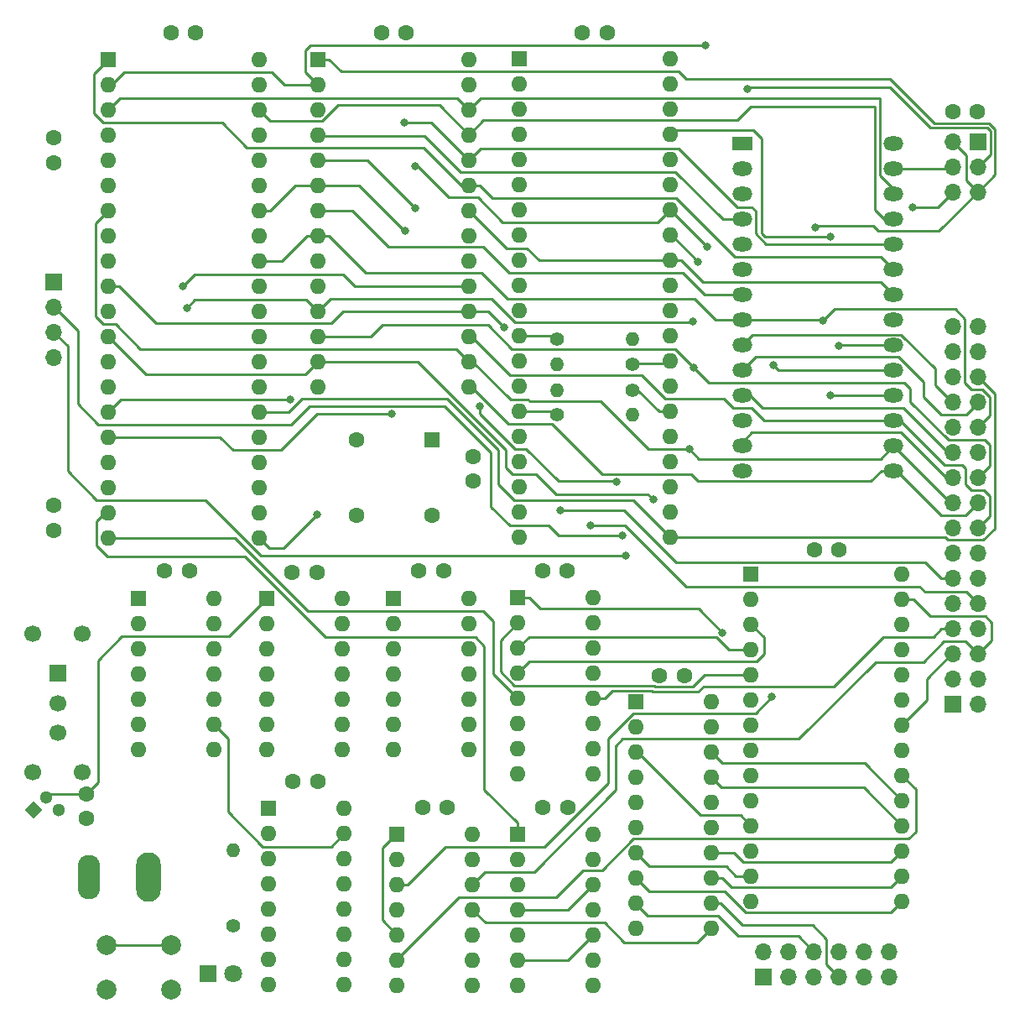
<source format=gtl>
G04 #@! TF.GenerationSoftware,KiCad,Pcbnew,7.0.5*
G04 #@! TF.CreationDate,2023-12-17T10:26:09+13:00*
G04 #@! TF.ProjectId,main_board,6d61696e-5f62-46f6-9172-642e6b696361,2*
G04 #@! TF.SameCoordinates,Original*
G04 #@! TF.FileFunction,Copper,L1,Top*
G04 #@! TF.FilePolarity,Positive*
%FSLAX46Y46*%
G04 Gerber Fmt 4.6, Leading zero omitted, Abs format (unit mm)*
G04 Created by KiCad (PCBNEW 7.0.5) date 2023-12-17 10:26:09*
%MOMM*%
%LPD*%
G01*
G04 APERTURE LIST*
G04 Aperture macros list*
%AMRotRect*
0 Rectangle, with rotation*
0 The origin of the aperture is its center*
0 $1 length*
0 $2 width*
0 $3 Rotation angle, in degrees counterclockwise*
0 Add horizontal line*
21,1,$1,$2,0,0,$3*%
G04 Aperture macros list end*
G04 #@! TA.AperFunction,ComponentPad*
%ADD10R,1.700000X1.700000*%
G04 #@! TD*
G04 #@! TA.AperFunction,ComponentPad*
%ADD11O,1.700000X1.700000*%
G04 #@! TD*
G04 #@! TA.AperFunction,ComponentPad*
%ADD12C,1.600000*%
G04 #@! TD*
G04 #@! TA.AperFunction,ComponentPad*
%ADD13C,1.400000*%
G04 #@! TD*
G04 #@! TA.AperFunction,ComponentPad*
%ADD14O,1.400000X1.400000*%
G04 #@! TD*
G04 #@! TA.AperFunction,ComponentPad*
%ADD15R,1.600000X1.600000*%
G04 #@! TD*
G04 #@! TA.AperFunction,ComponentPad*
%ADD16O,1.600000X1.600000*%
G04 #@! TD*
G04 #@! TA.AperFunction,ComponentPad*
%ADD17R,2.000000X1.440000*%
G04 #@! TD*
G04 #@! TA.AperFunction,ComponentPad*
%ADD18O,2.000000X1.440000*%
G04 #@! TD*
G04 #@! TA.AperFunction,ComponentPad*
%ADD19RotRect,1.300000X1.300000X45.000000*%
G04 #@! TD*
G04 #@! TA.AperFunction,ComponentPad*
%ADD20C,1.300000*%
G04 #@! TD*
G04 #@! TA.AperFunction,ComponentPad*
%ADD21R,1.800000X1.800000*%
G04 #@! TD*
G04 #@! TA.AperFunction,ComponentPad*
%ADD22C,1.800000*%
G04 #@! TD*
G04 #@! TA.AperFunction,ComponentPad*
%ADD23C,1.700000*%
G04 #@! TD*
G04 #@! TA.AperFunction,ComponentPad*
%ADD24C,2.000000*%
G04 #@! TD*
G04 #@! TA.AperFunction,ComponentPad*
%ADD25O,2.500000X5.000000*%
G04 #@! TD*
G04 #@! TA.AperFunction,ComponentPad*
%ADD26O,2.250000X4.500000*%
G04 #@! TD*
G04 #@! TA.AperFunction,ViaPad*
%ADD27C,0.800000*%
G04 #@! TD*
G04 #@! TA.AperFunction,Conductor*
%ADD28C,0.250000*%
G04 #@! TD*
G04 APERTURE END LIST*
D10*
X90017600Y-71601200D03*
D11*
X90017600Y-74141200D03*
X90017600Y-76681200D03*
X90017600Y-79221200D03*
D12*
X104323200Y-46415000D03*
X101823200Y-46415000D03*
D13*
X140817600Y-84997600D03*
D14*
X148437600Y-84997600D03*
D13*
X140817600Y-77317600D03*
D14*
X148437600Y-77317600D03*
D12*
X123083000Y-46415000D03*
X125583000Y-46415000D03*
D13*
X108077000Y-136525000D03*
D14*
X108077000Y-128905000D03*
D12*
X93268800Y-123190000D03*
X93268800Y-125690000D03*
D15*
X95448200Y-49123600D03*
D16*
X95448200Y-51663600D03*
X95448200Y-54203600D03*
X95448200Y-56743600D03*
X95448200Y-59283600D03*
X95448200Y-61823600D03*
X95448200Y-64363600D03*
X95448200Y-66903600D03*
X95448200Y-69443600D03*
X95448200Y-71983600D03*
X95448200Y-74523600D03*
X95448200Y-77063600D03*
X95448200Y-79603600D03*
X95448200Y-82143600D03*
X95448200Y-84683600D03*
X95448200Y-87223600D03*
X95448200Y-89763600D03*
X95448200Y-92303600D03*
X95448200Y-94843600D03*
X95448200Y-97383600D03*
X110688200Y-97383600D03*
X110688200Y-94843600D03*
X110688200Y-92303600D03*
X110688200Y-89763600D03*
X110688200Y-87223600D03*
X110688200Y-84683600D03*
X110688200Y-82143600D03*
X110688200Y-79603600D03*
X110688200Y-77063600D03*
X110688200Y-74523600D03*
X110688200Y-71983600D03*
X110688200Y-69443600D03*
X110688200Y-66903600D03*
X110688200Y-64363600D03*
X110688200Y-61823600D03*
X110688200Y-59283600D03*
X110688200Y-56743600D03*
X110688200Y-54203600D03*
X110688200Y-51663600D03*
X110688200Y-49123600D03*
D15*
X136965000Y-49073600D03*
D16*
X136965000Y-51613600D03*
X136965000Y-54153600D03*
X136965000Y-56693600D03*
X136965000Y-59233600D03*
X136965000Y-61773600D03*
X136965000Y-64313600D03*
X136965000Y-66853600D03*
X136965000Y-69393600D03*
X136965000Y-71933600D03*
X136965000Y-74473600D03*
X136965000Y-77013600D03*
X136965000Y-79553600D03*
X136965000Y-82093600D03*
X136965000Y-84633600D03*
X136965000Y-87173600D03*
X136965000Y-89713600D03*
X136965000Y-92253600D03*
X136965000Y-94793600D03*
X136965000Y-97333600D03*
X152205000Y-97333600D03*
X152205000Y-94793600D03*
X152205000Y-92253600D03*
X152205000Y-89713600D03*
X152205000Y-87173600D03*
X152205000Y-84633600D03*
X152205000Y-82093600D03*
X152205000Y-79553600D03*
X152205000Y-77013600D03*
X152205000Y-74473600D03*
X152205000Y-71933600D03*
X152205000Y-69393600D03*
X152205000Y-66853600D03*
X152205000Y-64313600D03*
X152205000Y-61773600D03*
X152205000Y-59233600D03*
X152205000Y-56693600D03*
X152205000Y-54153600D03*
X152205000Y-51613600D03*
X152205000Y-49073600D03*
D12*
X145840000Y-46415000D03*
X143340000Y-46415000D03*
D15*
X116645000Y-49123600D03*
D16*
X116645000Y-51663600D03*
X116645000Y-54203600D03*
X116645000Y-56743600D03*
X116645000Y-59283600D03*
X116645000Y-61823600D03*
X116645000Y-64363600D03*
X116645000Y-66903600D03*
X116645000Y-69443600D03*
X116645000Y-71983600D03*
X116645000Y-74523600D03*
X116645000Y-77063600D03*
X116645000Y-79603600D03*
X116645000Y-82143600D03*
X131885000Y-82143600D03*
X131885000Y-79603600D03*
X131885000Y-77063600D03*
X131885000Y-74523600D03*
X131885000Y-71983600D03*
X131885000Y-69443600D03*
X131885000Y-66903600D03*
X131885000Y-64363600D03*
X131885000Y-61823600D03*
X131885000Y-59283600D03*
X131885000Y-56743600D03*
X131885000Y-54203600D03*
X131885000Y-51663600D03*
X131885000Y-49123600D03*
D15*
X148717000Y-113924000D03*
D16*
X148717000Y-116464000D03*
X148717000Y-119004000D03*
X148717000Y-121544000D03*
X148717000Y-124084000D03*
X148717000Y-126624000D03*
X148717000Y-129164000D03*
X148717000Y-131704000D03*
X148717000Y-134244000D03*
X148717000Y-136784000D03*
X156337000Y-136784000D03*
X156337000Y-134244000D03*
X156337000Y-131704000D03*
X156337000Y-129164000D03*
X156337000Y-126624000D03*
X156337000Y-124084000D03*
X156337000Y-121544000D03*
X156337000Y-119004000D03*
X156337000Y-116464000D03*
X156337000Y-113924000D03*
D12*
X114056000Y-100848000D03*
X116556000Y-100848000D03*
X90017600Y-96627000D03*
X90017600Y-94127000D03*
D15*
X98562000Y-103500000D03*
D16*
X98562000Y-106040000D03*
X98562000Y-108580000D03*
X98562000Y-111120000D03*
X98562000Y-113660000D03*
X98562000Y-116200000D03*
X98562000Y-118740000D03*
X106182000Y-118740000D03*
X106182000Y-116200000D03*
X106182000Y-113660000D03*
X106182000Y-111120000D03*
X106182000Y-108580000D03*
X106182000Y-106040000D03*
X106182000Y-103500000D03*
D15*
X160375000Y-101015000D03*
D16*
X160375000Y-103555000D03*
X160375000Y-106095000D03*
X160375000Y-108635000D03*
X160375000Y-111175000D03*
X160375000Y-113715000D03*
X160375000Y-116255000D03*
X160375000Y-118795000D03*
X160375000Y-121335000D03*
X160375000Y-123875000D03*
X160375000Y-126415000D03*
X160375000Y-128955000D03*
X160375000Y-131495000D03*
X160375000Y-134035000D03*
X175615000Y-134035000D03*
X175615000Y-131495000D03*
X175615000Y-128955000D03*
X175615000Y-126415000D03*
X175615000Y-123875000D03*
X175615000Y-121335000D03*
X175615000Y-118795000D03*
X175615000Y-116255000D03*
X175615000Y-113715000D03*
X175615000Y-111175000D03*
X175615000Y-108635000D03*
X175615000Y-106095000D03*
X175615000Y-103555000D03*
X175615000Y-101015000D03*
D15*
X111633000Y-124704000D03*
D16*
X111633000Y-127244000D03*
X111633000Y-129784000D03*
X111633000Y-132324000D03*
X111633000Y-134864000D03*
X111633000Y-137404000D03*
X111633000Y-139944000D03*
X111633000Y-142484000D03*
X119253000Y-142484000D03*
X119253000Y-139944000D03*
X119253000Y-137404000D03*
X119253000Y-134864000D03*
X119253000Y-132324000D03*
X119253000Y-129784000D03*
X119253000Y-127244000D03*
X119253000Y-124704000D03*
D17*
X159477500Y-57610000D03*
D18*
X159477500Y-60150000D03*
X159477500Y-62690000D03*
X159477500Y-65230000D03*
X159477500Y-67770000D03*
X159477500Y-70310000D03*
X159477500Y-72850000D03*
X159477500Y-75390000D03*
X159477500Y-77930000D03*
X159477500Y-80470000D03*
X159477500Y-83010000D03*
X159477500Y-85550000D03*
X159477500Y-88090000D03*
X159477500Y-90630000D03*
X174717500Y-90630000D03*
X174717500Y-88090000D03*
X174717500Y-85550000D03*
X174717500Y-83010000D03*
X174717500Y-80470000D03*
X174717500Y-77930000D03*
X174717500Y-75390000D03*
X174717500Y-72850000D03*
X174717500Y-70310000D03*
X174717500Y-67770000D03*
X174717500Y-65230000D03*
X174717500Y-62690000D03*
X174717500Y-60150000D03*
X174717500Y-57610000D03*
D13*
X148437600Y-79917600D03*
D14*
X140817600Y-79917600D03*
D15*
X128168400Y-87477600D03*
D12*
X120548400Y-87477600D03*
X120548400Y-95097600D03*
X128168400Y-95097600D03*
D19*
X87934800Y-124841000D03*
D20*
X89204800Y-123571000D03*
X90474800Y-124841000D03*
D21*
X105537000Y-141351000D03*
D22*
X108077000Y-141351000D03*
D13*
X148437600Y-82499200D03*
D14*
X140817600Y-82499200D03*
D12*
X101188200Y-100736400D03*
X103688200Y-100736400D03*
D15*
X111506000Y-103535400D03*
D16*
X111506000Y-106075400D03*
X111506000Y-108615400D03*
X111506000Y-111155400D03*
X111506000Y-113695400D03*
X111506000Y-116235400D03*
X111506000Y-118775400D03*
X119126000Y-118775400D03*
X119126000Y-116235400D03*
X119126000Y-113695400D03*
X119126000Y-111155400D03*
X119126000Y-108615400D03*
X119126000Y-106075400D03*
X119126000Y-103535400D03*
D12*
X127193400Y-124572800D03*
X129693400Y-124572800D03*
X141859000Y-124587000D03*
X139359000Y-124587000D03*
X139339000Y-100690600D03*
X141839000Y-100690600D03*
X90017600Y-59517600D03*
X90017600Y-57017600D03*
D23*
X92868000Y-107046000D03*
X87868000Y-107046000D03*
X92868000Y-121046000D03*
X87868000Y-121046000D03*
D10*
X90368000Y-111046000D03*
D23*
X90368000Y-114046000D03*
X90368000Y-117046000D03*
D15*
X136779000Y-127254000D03*
D16*
X136779000Y-129794000D03*
X136779000Y-132334000D03*
X136779000Y-134874000D03*
X136779000Y-137414000D03*
X136779000Y-139954000D03*
X136779000Y-142494000D03*
X144399000Y-142494000D03*
X144399000Y-139954000D03*
X144399000Y-137414000D03*
X144399000Y-134874000D03*
X144399000Y-132334000D03*
X144399000Y-129794000D03*
X144399000Y-127254000D03*
D24*
X95302000Y-138466000D03*
X101802000Y-138466000D03*
X95302000Y-142966000D03*
X101802000Y-142966000D03*
D15*
X136839800Y-103423800D03*
D16*
X136839800Y-105963800D03*
X136839800Y-108503800D03*
X136839800Y-111043800D03*
X136839800Y-113583800D03*
X136839800Y-116123800D03*
X136839800Y-118663800D03*
X136839800Y-121203800D03*
X144459800Y-121203800D03*
X144459800Y-118663800D03*
X144459800Y-116123800D03*
X144459800Y-113583800D03*
X144459800Y-111043800D03*
X144459800Y-108503800D03*
X144459800Y-105963800D03*
X144459800Y-103423800D03*
D12*
X151150000Y-111257000D03*
X153650000Y-111257000D03*
X166771000Y-98602800D03*
X169271000Y-98602800D03*
X180741000Y-54356000D03*
X183241000Y-54356000D03*
D10*
X180746400Y-114198400D03*
D11*
X183286400Y-114198400D03*
X180746400Y-111658400D03*
X183286400Y-111658400D03*
X180746400Y-109118400D03*
X183286400Y-109118400D03*
X180746400Y-106578400D03*
X183286400Y-106578400D03*
X180746400Y-104038400D03*
X183286400Y-104038400D03*
X180746400Y-101498400D03*
X183286400Y-101498400D03*
X180746400Y-98958400D03*
X183286400Y-98958400D03*
X180746400Y-96418400D03*
X183286400Y-96418400D03*
X180746400Y-93878400D03*
X183286400Y-93878400D03*
X180746400Y-91338400D03*
X183286400Y-91338400D03*
X180746400Y-88798400D03*
X183286400Y-88798400D03*
X180746400Y-86258400D03*
X183286400Y-86258400D03*
X180746400Y-83718400D03*
X183286400Y-83718400D03*
X180746400Y-81178400D03*
X183286400Y-81178400D03*
X180746400Y-78638400D03*
X183286400Y-78638400D03*
X180746400Y-76098400D03*
X183286400Y-76098400D03*
D12*
X126842200Y-100718000D03*
X129342200Y-100718000D03*
D25*
X99568000Y-131572000D03*
D26*
X93568000Y-131572000D03*
D12*
X114132200Y-121965800D03*
X116632200Y-121965800D03*
D15*
X124266800Y-103507000D03*
D16*
X124266800Y-106047000D03*
X124266800Y-108587000D03*
X124266800Y-111127000D03*
X124266800Y-113667000D03*
X124266800Y-116207000D03*
X124266800Y-118747000D03*
X131886800Y-118747000D03*
X131886800Y-116207000D03*
X131886800Y-113667000D03*
X131886800Y-111127000D03*
X131886800Y-108587000D03*
X131886800Y-106047000D03*
X131886800Y-103507000D03*
D12*
X132334000Y-91674000D03*
X132334000Y-89174000D03*
D15*
X124597000Y-127249000D03*
D16*
X124597000Y-129789000D03*
X124597000Y-132329000D03*
X124597000Y-134869000D03*
X124597000Y-137409000D03*
X124597000Y-139949000D03*
X124597000Y-142489000D03*
X132217000Y-142489000D03*
X132217000Y-139949000D03*
X132217000Y-137409000D03*
X132217000Y-134869000D03*
X132217000Y-132329000D03*
X132217000Y-129789000D03*
X132217000Y-127249000D03*
D10*
X161650000Y-141665000D03*
D11*
X161650000Y-139125000D03*
X164190000Y-141665000D03*
X164190000Y-139125000D03*
X166730000Y-141665000D03*
X166730000Y-139125000D03*
X169270000Y-141665000D03*
X169270000Y-139125000D03*
X171810000Y-141665000D03*
X171810000Y-139125000D03*
X174350000Y-141665000D03*
X174350000Y-139125000D03*
D10*
X183261000Y-57404000D03*
D11*
X180721000Y-57404000D03*
X183261000Y-59944000D03*
X180721000Y-59944000D03*
X183261000Y-62484000D03*
X180721000Y-62484000D03*
D27*
X147421600Y-97180400D03*
X147701000Y-99187000D03*
X155778200Y-47701200D03*
X166878000Y-66040000D03*
X154137600Y-88443600D03*
X168402000Y-66979800D03*
X168402000Y-83007200D03*
X135432800Y-76149200D03*
X150509100Y-93522800D03*
X103022400Y-72034400D03*
X162597500Y-79959200D03*
X103428800Y-74168000D03*
X154536000Y-75565000D03*
X154563500Y-80208500D03*
X113893600Y-83413600D03*
X124079000Y-84863100D03*
X116586000Y-94996000D03*
X176657000Y-64008000D03*
X155037100Y-69512200D03*
X126492000Y-59893200D03*
X155905200Y-68021200D03*
X167640000Y-75438000D03*
X157490300Y-106965100D03*
X125450600Y-66446400D03*
X126492000Y-64160400D03*
X125374400Y-55473600D03*
X162446400Y-113443600D03*
X169214800Y-77978000D03*
X133028200Y-84111500D03*
X146812000Y-91707300D03*
X144145000Y-96139000D03*
X141097000Y-94615000D03*
X160020000Y-52070000D03*
D28*
X113690400Y-84683600D02*
X115062000Y-83312000D01*
X115062000Y-83312000D02*
X129667000Y-83312000D01*
X101802000Y-138466000D02*
X95302000Y-138466000D01*
X148445000Y-93573600D02*
X152205000Y-97333600D01*
X111506000Y-103535400D02*
X111501000Y-103535400D01*
X180270500Y-97604500D02*
X179999600Y-97333600D01*
X136499600Y-93573600D02*
X148445000Y-93573600D01*
X184949000Y-82841000D02*
X184949000Y-96462100D01*
X107696000Y-107340400D02*
X96824800Y-107340400D01*
X94437200Y-109728000D02*
X94437200Y-122021600D01*
X89585800Y-123190000D02*
X89204800Y-123571000D01*
X94437200Y-122021600D02*
X93268800Y-123190000D01*
X184949000Y-96462100D02*
X183806600Y-97604500D01*
X110688200Y-84683600D02*
X113690400Y-84683600D01*
X129667000Y-83312000D02*
X134874000Y-88519000D01*
X152205000Y-97333600D02*
X153330100Y-97333600D01*
X111501000Y-103535400D02*
X107696000Y-107340400D01*
X96824800Y-107340400D02*
X94437200Y-109728000D01*
X179999600Y-97333600D02*
X153330100Y-97333600D01*
X134874000Y-88519000D02*
X134874000Y-91948000D01*
X134874000Y-91948000D02*
X136499600Y-93573600D01*
X183286400Y-81178400D02*
X184949000Y-82841000D01*
X93268800Y-123190000D02*
X89585800Y-123190000D01*
X183806600Y-97604500D02*
X180270500Y-97604500D01*
X147396200Y-97155000D02*
X140970000Y-97155000D01*
X139954000Y-96139000D02*
X136017000Y-96139000D01*
X92405200Y-76518800D02*
X90027600Y-74141200D01*
X90027600Y-74141200D02*
X90017600Y-74141200D01*
X136017000Y-96139000D02*
X134112000Y-94234000D01*
X92405200Y-76518800D02*
X92405200Y-83870800D01*
X134112000Y-94234000D02*
X134112000Y-88773000D01*
X140970000Y-97155000D02*
X139954000Y-96139000D01*
X147421600Y-97180400D02*
X147396200Y-97155000D01*
X134112000Y-88773000D02*
X129413000Y-84074000D01*
X129413000Y-84074000D02*
X115824000Y-84074000D01*
X94488000Y-85953600D02*
X92405200Y-83870800D01*
X115824000Y-84074000D02*
X113944400Y-85953600D01*
X113944400Y-85953600D02*
X94488000Y-85953600D01*
X110897100Y-99187000D02*
X105309100Y-93599000D01*
X91382400Y-78046000D02*
X90017600Y-76681200D01*
X147701000Y-99187000D02*
X110897100Y-99187000D01*
X105309100Y-93599000D02*
X94310200Y-93599000D01*
X94310200Y-93599000D02*
X91382400Y-90671200D01*
X91382400Y-90671200D02*
X91382400Y-78046000D01*
X94030800Y-50541000D02*
X94030800Y-54559200D01*
X127355600Y-58013600D02*
X131165600Y-61823600D01*
X152806400Y-63093600D02*
X134280100Y-63093600D01*
X95448200Y-49123600D02*
X94030800Y-50541000D01*
X133010100Y-61823600D02*
X131885000Y-61823600D01*
X94030800Y-54559200D02*
X94996000Y-55524400D01*
X131165600Y-61823600D02*
X131885000Y-61823600D01*
X174717500Y-70310000D02*
X173444700Y-69037200D01*
X109474000Y-58013600D02*
X127355600Y-58013600D01*
X106984800Y-55524400D02*
X109474000Y-58013600D01*
X94996000Y-55524400D02*
X106984800Y-55524400D01*
X173444700Y-69037200D02*
X158750000Y-69037200D01*
X158750000Y-69037200D02*
X152806400Y-63093600D01*
X134280100Y-63093600D02*
X133010100Y-61823600D01*
X113233200Y-51663600D02*
X116645000Y-51663600D01*
X95448200Y-51663600D02*
X95859600Y-51663600D01*
X97078800Y-50444400D02*
X112014000Y-50444400D01*
X95859600Y-51663600D02*
X97078800Y-50444400D01*
X115896150Y-47701200D02*
X115417600Y-48179750D01*
X115417600Y-50436200D02*
X116645000Y-51663600D01*
X155778200Y-47701200D02*
X115896150Y-47701200D01*
X115417600Y-48179750D02*
X115417600Y-50436200D01*
X112014000Y-50444400D02*
X113233200Y-51663600D01*
X174717500Y-62690000D02*
X174717500Y-62195500D01*
X173341900Y-53022100D02*
X133066500Y-53022100D01*
X173341900Y-60819900D02*
X173341900Y-53022100D01*
X130694400Y-53013000D02*
X96638800Y-53013000D01*
X133066500Y-53022100D02*
X131885000Y-54203600D01*
X96638800Y-53013000D02*
X95448200Y-54203600D01*
X131885000Y-54203600D02*
X130694400Y-53013000D01*
X174717500Y-62195500D02*
X173341900Y-60819900D01*
X184400396Y-55557000D02*
X184981000Y-56137604D01*
X174432000Y-51115000D02*
X178874000Y-55557000D01*
X167005000Y-65913000D02*
X172720000Y-65913000D01*
X179324000Y-66421000D02*
X183261000Y-62484000D01*
X182086000Y-58769000D02*
X182086000Y-61309000D01*
X184981000Y-56137604D02*
X184981000Y-60764000D01*
X153085800Y-50342800D02*
X153858000Y-51115000D01*
X178874000Y-55557000D02*
X184400396Y-55557000D01*
X173228000Y-66421000D02*
X179324000Y-66421000D01*
X184981000Y-60764000D02*
X183261000Y-62484000D01*
X153858000Y-51115000D02*
X174432000Y-51115000D01*
X180721000Y-57404000D02*
X182086000Y-58769000D01*
X118989300Y-50342800D02*
X153085800Y-50342800D01*
X182086000Y-61309000D02*
X183261000Y-62484000D01*
X117770100Y-49123600D02*
X118989300Y-50342800D01*
X166878000Y-66040000D02*
X167005000Y-65913000D01*
X116645000Y-49123600D02*
X117770100Y-49123600D01*
X172720000Y-65913000D02*
X173228000Y-66421000D01*
X132232400Y-79603600D02*
X136093200Y-83464400D01*
X130615000Y-78333600D02*
X131885000Y-79603600D01*
X174468000Y-132642000D02*
X158400100Y-132642000D01*
X173431200Y-89408000D02*
X155102000Y-89408000D01*
X94996000Y-75844400D02*
X96215200Y-75844400D01*
X98704400Y-78333600D02*
X130615000Y-78333600D01*
X180746400Y-93878400D02*
X180492400Y-93878400D01*
X95448200Y-64368600D02*
X94183200Y-65633600D01*
X150027800Y-88443600D02*
X154137600Y-88443600D01*
X136093200Y-83464400D02*
X137883150Y-83464400D01*
X96215200Y-75844400D02*
X98704400Y-78333600D01*
X131885000Y-79603600D02*
X132232400Y-79603600D01*
X174717500Y-88103500D02*
X174717500Y-88090000D01*
X157462100Y-131704000D02*
X156337000Y-131704000D01*
X95448200Y-64363600D02*
X95448200Y-64368600D01*
X155102000Y-89408000D02*
X154137600Y-88443600D01*
X180492400Y-93878400D02*
X174717500Y-88103500D01*
X137883150Y-83464400D02*
X137984750Y-83566000D01*
X94183200Y-65633600D02*
X94183200Y-75031600D01*
X158400100Y-132642000D02*
X157462100Y-131704000D01*
X94183200Y-75031600D02*
X94996000Y-75844400D01*
X145150200Y-83566000D02*
X150027800Y-88443600D01*
X174717500Y-88090000D02*
X174717500Y-88121700D01*
X137984750Y-83566000D02*
X145150200Y-83566000D01*
X175615000Y-131495000D02*
X174468000Y-132642000D01*
X174717500Y-88121700D02*
X173431200Y-89408000D01*
X175615000Y-134035000D02*
X174448000Y-135202000D01*
X145353000Y-90982800D02*
X154300700Y-90982800D01*
X132130800Y-82143600D02*
X135890800Y-85903600D01*
X157699800Y-133053400D02*
X150122200Y-133053400D01*
X154993000Y-91675100D02*
X172484900Y-91675100D01*
X148772800Y-131704000D02*
X148717000Y-131704000D01*
X172484900Y-91675100D02*
X173530000Y-90630000D01*
X182016400Y-95148400D02*
X179578000Y-95148400D01*
X173530000Y-90630000D02*
X174717500Y-90630000D01*
X154300700Y-90982800D02*
X154993000Y-91675100D01*
X150122200Y-133053400D02*
X148772800Y-131704000D01*
X179578000Y-95148400D02*
X175059600Y-90630000D01*
X140273800Y-85903600D02*
X145353000Y-90982800D01*
X135890800Y-85903600D02*
X140273800Y-85903600D01*
X131885000Y-82143600D02*
X132130800Y-82143600D01*
X175059600Y-90630000D02*
X174717500Y-90630000D01*
X183286400Y-93878400D02*
X182016400Y-95148400D01*
X174448000Y-135202000D02*
X159848400Y-135202000D01*
X159848400Y-135202000D02*
X157699800Y-133053400D01*
X174717500Y-85550000D02*
X161699300Y-85550000D01*
X174484500Y-130085500D02*
X159549500Y-130085500D01*
X181711600Y-90068400D02*
X179933600Y-90068400D01*
X151688800Y-83362800D02*
X149294300Y-80968300D01*
X182016400Y-90373200D02*
X181711600Y-90068400D01*
X149294300Y-80968300D02*
X136035500Y-80968300D01*
X158546800Y-84277200D02*
X157632400Y-83362800D01*
X182016400Y-91998800D02*
X182016400Y-90373200D01*
X182626000Y-92608400D02*
X182016400Y-91998800D01*
X183896000Y-92608400D02*
X182626000Y-92608400D01*
X175415200Y-85550000D02*
X174717500Y-85550000D01*
X160426500Y-84277200D02*
X158546800Y-84277200D01*
X179933600Y-90068400D02*
X175415200Y-85550000D01*
X184495500Y-95209300D02*
X184495500Y-93207900D01*
X161699300Y-85550000D02*
X160426500Y-84277200D01*
X157632400Y-83362800D02*
X151688800Y-83362800D01*
X159549500Y-130085500D02*
X158628000Y-129164000D01*
X132130800Y-77063600D02*
X131885000Y-77063600D01*
X184495500Y-93207900D02*
X183896000Y-92608400D01*
X183286400Y-96418400D02*
X184495500Y-95209300D01*
X158628000Y-129164000D02*
X156337000Y-129164000D01*
X136035500Y-80968300D02*
X132130800Y-77063600D01*
X175615000Y-128955000D02*
X174484500Y-130085500D01*
X168402000Y-83007200D02*
X168404800Y-83010000D01*
X171786700Y-122586700D02*
X157379700Y-122586700D01*
X135432800Y-76149200D02*
X133807200Y-74523600D01*
X118003800Y-75699900D02*
X100289600Y-75699900D01*
X119180100Y-74523600D02*
X118003800Y-75699900D01*
X157379700Y-122586700D02*
X156337000Y-121544000D01*
X95448200Y-71983600D02*
X96573300Y-71983600D01*
X152637600Y-56261000D02*
X152205000Y-56693600D01*
X133807200Y-74523600D02*
X131885000Y-74523600D01*
X161417000Y-66648204D02*
X161417000Y-57124600D01*
X160553400Y-56261000D02*
X152637600Y-56261000D01*
X161748596Y-66979800D02*
X161417000Y-66648204D01*
X100289600Y-75699900D02*
X96573300Y-71983600D01*
X161417000Y-57124600D02*
X160553400Y-56261000D01*
X175615000Y-126415000D02*
X171786700Y-122586700D01*
X168404800Y-83010000D02*
X174717500Y-83010000D01*
X168402000Y-66979800D02*
X161748596Y-66979800D01*
X131885000Y-74523600D02*
X119180100Y-74523600D01*
X180746400Y-91338400D02*
X180035200Y-91338400D01*
X180035200Y-91338400D02*
X175463200Y-86766400D01*
X157866200Y-130535800D02*
X158825400Y-131495000D01*
X99263200Y-80873600D02*
X95453200Y-77063600D01*
X136322600Y-90983600D02*
X135636000Y-90297000D01*
X140663100Y-92964000D02*
X138682700Y-90983600D01*
X150509100Y-93522800D02*
X149950300Y-92964000D01*
X135636000Y-88519000D02*
X126720600Y-79603600D01*
X135636000Y-90297000D02*
X135636000Y-88519000D01*
X115417600Y-80873600D02*
X99263200Y-80873600D01*
X116645000Y-79646200D02*
X115417600Y-80873600D01*
X148717000Y-129164000D02*
X150088800Y-130535800D01*
X160426400Y-86766400D02*
X159477500Y-87715300D01*
X159477500Y-87715300D02*
X159477500Y-88090000D01*
X126720600Y-79603600D02*
X116645000Y-79603600D01*
X95453200Y-77063600D02*
X95448200Y-77063600D01*
X138682700Y-90983600D02*
X136322600Y-90983600D01*
X175463200Y-86766400D02*
X160426400Y-86766400D01*
X149950300Y-92964000D02*
X140663100Y-92964000D01*
X158825400Y-131495000D02*
X160375000Y-131495000D01*
X150088800Y-130535800D02*
X157866200Y-130535800D01*
X116645000Y-79603600D02*
X116645000Y-79646200D01*
X120338400Y-71983600D02*
X131885000Y-71983600D01*
X163108300Y-80470000D02*
X174717500Y-80470000D01*
X171869100Y-120129100D02*
X175615000Y-123875000D01*
X119202300Y-70847500D02*
X120338400Y-71983600D01*
X156337000Y-119004000D02*
X157462100Y-120129100D01*
X162597500Y-79959200D02*
X163108300Y-80470000D01*
X103022400Y-72034400D02*
X104209300Y-70847500D01*
X104209300Y-70847500D02*
X119202300Y-70847500D01*
X157462100Y-120129100D02*
X171869100Y-120129100D01*
X136528800Y-75630600D02*
X134151800Y-73253600D01*
X134151800Y-73253600D02*
X117915000Y-73253600D01*
X154536000Y-75565000D02*
X154470400Y-75630600D01*
X154470400Y-75630600D02*
X136528800Y-75630600D01*
X115492100Y-73370700D02*
X116645000Y-74523600D01*
X160226000Y-83010000D02*
X159477500Y-83010000D01*
X161495900Y-84279900D02*
X160226000Y-83010000D01*
X180243600Y-88798400D02*
X175725100Y-84279900D01*
X117915000Y-73253600D02*
X116645000Y-74523600D01*
X155244800Y-125374400D02*
X148874400Y-119004000D01*
X180746400Y-88798400D02*
X180243600Y-88798400D01*
X103428800Y-74168000D02*
X104226100Y-73370700D01*
X160375000Y-126415000D02*
X159334400Y-125374400D01*
X104226100Y-73370700D02*
X115492100Y-73370700D01*
X175725100Y-84279900D02*
X161495900Y-84279900D01*
X148874400Y-119004000D02*
X148717000Y-119004000D01*
X159334400Y-125374400D02*
X155244800Y-125374400D01*
X123155100Y-75930100D02*
X133818300Y-75930100D01*
X122021600Y-77063600D02*
X123155100Y-75930100D01*
X96718200Y-83413600D02*
X95448200Y-84683600D01*
X176416300Y-82334700D02*
X175821600Y-81740000D01*
X116645000Y-77063600D02*
X122021600Y-77063600D01*
X175821600Y-81740000D02*
X156095000Y-81740000D01*
X176416300Y-83655500D02*
X176416300Y-82334700D01*
X184461400Y-88043000D02*
X183946800Y-87528400D01*
X183286400Y-91338400D02*
X184461400Y-90163400D01*
X156095000Y-81740000D02*
X154563500Y-80208500D01*
X183946800Y-87528400D02*
X180289200Y-87528400D01*
X184461400Y-90163400D02*
X184461400Y-88043000D01*
X180289200Y-87528400D02*
X176416300Y-83655500D01*
X113893600Y-83413600D02*
X96718200Y-83413600D01*
X133818300Y-75930100D02*
X136244100Y-78355900D01*
X152710900Y-78355900D02*
X154563500Y-80208500D01*
X136244100Y-78355900D02*
X152710900Y-78355900D01*
X116586000Y-84836000D02*
X112903000Y-88519000D01*
X124079000Y-84863100D02*
X124051900Y-84836000D01*
X112903000Y-88519000D02*
X108077000Y-88519000D01*
X108077000Y-88519000D02*
X106781600Y-87223600D01*
X124051900Y-84836000D02*
X116586000Y-84836000D01*
X106781600Y-87223600D02*
X95448200Y-87223600D01*
X132537200Y-107391200D02*
X117436500Y-107391200D01*
X95402400Y-99263200D02*
X94289100Y-98149900D01*
X117436500Y-107391200D02*
X109308500Y-99263200D01*
X136779000Y-126128900D02*
X133451600Y-122801500D01*
X136779000Y-127254000D02*
X136779000Y-126128900D01*
X94289100Y-95702900D02*
X95148400Y-94843600D01*
X95148400Y-94843600D02*
X95448200Y-94843600D01*
X133451600Y-108305600D02*
X132537200Y-107391200D01*
X109308500Y-99263200D02*
X95402400Y-99263200D01*
X133451600Y-122801500D02*
X133451600Y-108305600D01*
X94289100Y-98149900D02*
X94289100Y-95702900D01*
X134366000Y-105816400D02*
X133350000Y-104800400D01*
X136839800Y-113583800D02*
X136839800Y-113573400D01*
X136839800Y-113573400D02*
X134366000Y-111099600D01*
X133350000Y-104800400D02*
X115671600Y-104800400D01*
X108254800Y-97383600D02*
X95448200Y-97383600D01*
X115671600Y-104800400D02*
X108254800Y-97383600D01*
X134366000Y-111099600D02*
X134366000Y-105816400D01*
X180594000Y-109118400D02*
X178104800Y-111607600D01*
X174717500Y-72850000D02*
X173444700Y-71577200D01*
X135737600Y-68173600D02*
X137769600Y-68173600D01*
X131927600Y-64363600D02*
X135737600Y-68173600D01*
X113157000Y-98425000D02*
X111729600Y-98425000D01*
X116586000Y-94996000D02*
X113157000Y-98425000D01*
X180746400Y-109118400D02*
X180594000Y-109118400D01*
X155513700Y-71577200D02*
X153330100Y-69393600D01*
X137769600Y-68173600D02*
X138989600Y-69393600D01*
X153330100Y-69393600D02*
X152205000Y-69393600D01*
X178104800Y-113765200D02*
X175615000Y-116255000D01*
X173444700Y-71577200D02*
X155513700Y-71577200D01*
X111729600Y-98425000D02*
X110688200Y-97383600D01*
X138989600Y-69393600D02*
X152205000Y-69393600D01*
X178104800Y-111607600D02*
X178104800Y-113765200D01*
X131885000Y-64363600D02*
X131927600Y-64363600D01*
X184658000Y-105918000D02*
X184658000Y-107746800D01*
X184048400Y-105308400D02*
X184658000Y-105918000D01*
X177758900Y-109905000D02*
X179815500Y-107848400D01*
X138480800Y-131064000D02*
X146710400Y-122834400D01*
X146710400Y-118364000D02*
X147421600Y-117652800D01*
X146710400Y-122834400D02*
X146710400Y-118364000D01*
X132217000Y-132329000D02*
X133482000Y-131064000D01*
X133482000Y-131064000D02*
X138480800Y-131064000D01*
X179197000Y-64008000D02*
X180721000Y-62484000D01*
X147421600Y-117652800D02*
X165200300Y-117652800D01*
X178493500Y-105308400D02*
X184048400Y-105308400D01*
X165200300Y-117652800D02*
X172948100Y-109905000D01*
X172948100Y-109905000D02*
X177758900Y-109905000D01*
X175615000Y-103555000D02*
X176740100Y-103555000D01*
X179815500Y-107848400D02*
X182016400Y-107848400D01*
X184658000Y-107746800D02*
X183286400Y-109118400D01*
X176740100Y-103555000D02*
X178493500Y-105308400D01*
X182016400Y-107848400D02*
X183286400Y-109118400D01*
X176657000Y-64008000D02*
X179197000Y-64008000D01*
X148717000Y-134289800D02*
X148717000Y-134244000D01*
X165150800Y-137566400D02*
X159054800Y-137566400D01*
X157022800Y-135534400D02*
X149961600Y-135534400D01*
X149961600Y-135534400D02*
X148717000Y-134289800D01*
X159054800Y-137566400D02*
X157022800Y-135534400D01*
X166730000Y-139125000D02*
X166709400Y-139125000D01*
X166709400Y-139125000D02*
X165150800Y-137566400D01*
X152365200Y-66853600D02*
X152205000Y-66853600D01*
X155037100Y-69512200D02*
X155023800Y-69512200D01*
X182067200Y-84988400D02*
X179527200Y-84988400D01*
X183286400Y-83769200D02*
X182067200Y-84988400D01*
X177749200Y-83210400D02*
X177749200Y-81635600D01*
X175209200Y-79095600D02*
X160851900Y-79095600D01*
X183286400Y-83718400D02*
X183286400Y-83769200D01*
X177749200Y-81635600D02*
X175209200Y-79095600D01*
X160851900Y-79095600D02*
X159477500Y-80470000D01*
X155023800Y-69512200D02*
X152365200Y-66853600D01*
X179527200Y-84988400D02*
X177749200Y-83210400D01*
X126492000Y-59893200D02*
X126695200Y-59893200D01*
X152205000Y-64321000D02*
X152205000Y-64313600D01*
X178968400Y-80341600D02*
X178968400Y-81991200D01*
X135303500Y-65532000D02*
X150977600Y-65532000D01*
X178968400Y-81991200D02*
X180695600Y-83718400D01*
X150977600Y-65532000D02*
X152196000Y-64313600D01*
X132791200Y-63019700D02*
X135303500Y-65532000D01*
X152196000Y-64313600D02*
X152205000Y-64313600D01*
X180695600Y-83718400D02*
X180746400Y-83718400D01*
X159477500Y-77930000D02*
X160065900Y-77930000D01*
X126695200Y-59893200D02*
X129821700Y-63019700D01*
X160065900Y-77930000D02*
X160065900Y-77341600D01*
X155905200Y-68021200D02*
X152205000Y-64321000D01*
X160065900Y-77341600D02*
X160534100Y-76873400D01*
X175500200Y-76873400D02*
X178968400Y-80341600D01*
X160534100Y-76873400D02*
X175500200Y-76873400D01*
X129821700Y-63019700D02*
X132791200Y-63019700D01*
X167640000Y-75438000D02*
X167592000Y-75390000D01*
X116645000Y-66903600D02*
X115519900Y-66903600D01*
X116645000Y-66903600D02*
X117770100Y-66903600D01*
X156822400Y-75390000D02*
X159477500Y-75390000D01*
X117770100Y-66903600D02*
X121490000Y-70623500D01*
X167592000Y-75390000D02*
X159477500Y-75390000D01*
X181965600Y-81737200D02*
X182626000Y-82397600D01*
X121490000Y-70623500D02*
X133158300Y-70623500D01*
X180993600Y-74313600D02*
X181965600Y-75285600D01*
X168764400Y-74313600D02*
X180993600Y-74313600D01*
X184499000Y-85045800D02*
X183286400Y-86258400D01*
X135788400Y-73253600D02*
X154686000Y-73253600D01*
X115519900Y-66903600D02*
X112979900Y-69443600D01*
X154686000Y-73253600D02*
X156822400Y-75390000D01*
X112979900Y-69443600D02*
X110688200Y-69443600D01*
X182626000Y-82397600D02*
X183692800Y-82397600D01*
X181965600Y-75285600D02*
X181965600Y-81737200D01*
X183692800Y-82397600D02*
X184499000Y-83203800D01*
X184499000Y-83203800D02*
X184499000Y-85045800D01*
X167640000Y-75438000D02*
X168764400Y-74313600D01*
X133158300Y-70623500D02*
X135788400Y-73253600D01*
X116645000Y-64363600D02*
X120091200Y-64363600D01*
X155653700Y-72847200D02*
X159474700Y-72847200D01*
X123771000Y-68043400D02*
X133321400Y-68043400D01*
X133321400Y-68043400D02*
X135941600Y-70663600D01*
X120091200Y-64363600D02*
X123771000Y-68043400D01*
X153470100Y-70663600D02*
X155653700Y-72847200D01*
X135941600Y-70663600D02*
X153470100Y-70663600D01*
X159474700Y-72847200D02*
X159477500Y-72850000D01*
X125450600Y-66446400D02*
X125399800Y-66446400D01*
X137964900Y-103423800D02*
X139090000Y-104548900D01*
X139090000Y-104548900D02*
X155074100Y-104548900D01*
X114353300Y-61823600D02*
X116645000Y-61823600D01*
X155074100Y-104548900D02*
X157490300Y-106965100D01*
X137402400Y-103423800D02*
X137964900Y-103423800D01*
X120777000Y-61823600D02*
X116645000Y-61823600D01*
X111813300Y-64363600D02*
X114353300Y-61823600D01*
X125399800Y-66446400D02*
X120777000Y-61823600D01*
X136839800Y-103423800D02*
X137402400Y-103423800D01*
X110688200Y-64363600D02*
X111813300Y-64363600D01*
X150722100Y-112420300D02*
X150615600Y-112313800D01*
X121666000Y-59283600D02*
X116645000Y-59283600D01*
X135077200Y-107696000D02*
X136809400Y-105963800D01*
X126492000Y-64160400D02*
X126492000Y-64109600D01*
X160375000Y-111175000D02*
X155714300Y-111175000D01*
X154469000Y-112420300D02*
X150722100Y-112420300D01*
X135077200Y-110888200D02*
X135077200Y-107696000D01*
X136502800Y-112313800D02*
X135077200Y-110888200D01*
X155714300Y-111175000D02*
X154469000Y-112420300D01*
X150615600Y-112313800D02*
X136502800Y-112313800D01*
X126492000Y-64109600D02*
X121666000Y-59283600D01*
X152757900Y-60479700D02*
X131040900Y-60479700D01*
X158134800Y-108635000D02*
X160375000Y-108635000D01*
X131040900Y-60479700D02*
X127372700Y-56811500D01*
X156854100Y-107354300D02*
X158134800Y-108635000D01*
X157508200Y-65230000D02*
X152757900Y-60479700D01*
X137989300Y-107354300D02*
X156854100Y-107354300D01*
X159477500Y-65230000D02*
X157508200Y-65230000D01*
X127372700Y-56811500D02*
X116712900Y-56811500D01*
X116712900Y-56811500D02*
X116645000Y-56743600D01*
X136839800Y-108503800D02*
X137989300Y-107354300D01*
X161696400Y-107416400D02*
X161696400Y-109118400D01*
X160934400Y-109880400D02*
X138003200Y-109880400D01*
X161696400Y-109118400D02*
X160934400Y-109880400D01*
X160375000Y-106095000D02*
X161696400Y-107416400D01*
X138003200Y-109880400D02*
X136839800Y-111043800D01*
X160375600Y-53898800D02*
X172891900Y-53898800D01*
X172891900Y-64306900D02*
X173815000Y-65230000D01*
X117110991Y-55328600D02*
X111813200Y-55328600D01*
X158995800Y-55278600D02*
X160375600Y-53898800D01*
X118693191Y-53746400D02*
X117110991Y-55328600D01*
X111813200Y-55328600D02*
X110688200Y-54203600D01*
X128887800Y-53746400D02*
X118693191Y-53746400D01*
X173815000Y-65230000D02*
X174717500Y-65230000D01*
X131885000Y-56743600D02*
X128887800Y-53746400D01*
X131885000Y-56743600D02*
X133350000Y-55278600D01*
X172891900Y-53898800D02*
X172891900Y-64306900D01*
X133350000Y-55278600D02*
X158995800Y-55278600D01*
X174714700Y-67767200D02*
X161899600Y-67767200D01*
X128075000Y-55473600D02*
X131885000Y-59283600D01*
X160807400Y-66675000D02*
X160807400Y-64414400D01*
X174717500Y-67770000D02*
X174714700Y-67767200D01*
X160401000Y-64008000D02*
X158953200Y-64008000D01*
X160807400Y-64414400D02*
X160401000Y-64008000D01*
X125374400Y-55473600D02*
X128075000Y-55473600D01*
X158953200Y-64008000D02*
X153048000Y-58102800D01*
X153048000Y-58102800D02*
X133065800Y-58102800D01*
X161899600Y-67767200D02*
X160807400Y-66675000D01*
X133065800Y-58102800D02*
X131885000Y-59283600D01*
X148481600Y-127749200D02*
X145311600Y-130919200D01*
X176987200Y-127050800D02*
X176288800Y-127749200D01*
X176288800Y-127749200D02*
X148481600Y-127749200D01*
X130895150Y-133599000D02*
X124597000Y-139897150D01*
X143415500Y-130919200D02*
X140735700Y-133599000D01*
X145311600Y-130919200D02*
X143415500Y-130919200D01*
X124597000Y-139897150D02*
X124597000Y-139949000D01*
X140735700Y-133599000D02*
X130895150Y-133599000D01*
X175615000Y-121335000D02*
X176987200Y-122707200D01*
X176987200Y-122707200D02*
X176987200Y-127050800D01*
X162446400Y-113443600D02*
X160815400Y-115074600D01*
X129532100Y-128519000D02*
X125722100Y-132329000D01*
X124597000Y-132329000D02*
X125722100Y-132329000D01*
X139524000Y-128519000D02*
X129532100Y-128519000D01*
X160815400Y-115074600D02*
X148444000Y-115074600D01*
X148444000Y-115074600D02*
X145911000Y-117607600D01*
X145911000Y-117607600D02*
X145911000Y-122132000D01*
X169214800Y-77978000D02*
X169262800Y-77930000D01*
X145911000Y-122132000D02*
X139524000Y-128519000D01*
X169262800Y-77930000D02*
X174717500Y-77930000D01*
X144399000Y-137414000D02*
X144399000Y-137439400D01*
X141884400Y-139954000D02*
X136779000Y-139954000D01*
X144399000Y-137439400D02*
X141884400Y-139954000D01*
X167995600Y-140411200D02*
X167995600Y-137871200D01*
X169270000Y-141665000D02*
X169249400Y-141665000D01*
X166573200Y-136448800D02*
X159512000Y-136448800D01*
X169249400Y-141665000D02*
X167995600Y-140411200D01*
X157307200Y-134244000D02*
X156337000Y-134244000D01*
X167995600Y-137871200D02*
X166573200Y-136448800D01*
X159512000Y-136448800D02*
X157307200Y-134244000D01*
X137684100Y-88402300D02*
X136535300Y-88402300D01*
X140917800Y-91636000D02*
X137684100Y-88402300D01*
X136535300Y-88402300D02*
X133028200Y-84895200D01*
X146812000Y-91707300D02*
X146740700Y-91636000D01*
X133028200Y-84895200D02*
X133028200Y-84111500D01*
X146740700Y-91636000D02*
X140917800Y-91636000D01*
X124597000Y-137409000D02*
X123139200Y-135951200D01*
X123139200Y-135951200D02*
X123139200Y-128676400D01*
X124566600Y-127249000D02*
X124597000Y-127249000D01*
X123139200Y-128676400D02*
X124566600Y-127249000D01*
X145584900Y-113583800D02*
X146369800Y-112798900D01*
X173712300Y-107365000D02*
X178784700Y-107365000D01*
X178784700Y-107365000D02*
X179571300Y-106578400D01*
X168723800Y-112353500D02*
X173712300Y-107365000D01*
X155000700Y-112911400D02*
X155558600Y-112353500D01*
X180746400Y-106578400D02*
X179571300Y-106578400D01*
X150310500Y-112798900D02*
X150423000Y-112911400D01*
X155558600Y-112353500D02*
X168723800Y-112353500D01*
X146369800Y-112798900D02*
X150310500Y-112798900D01*
X150423000Y-112911400D02*
X155000700Y-112911400D01*
X144459800Y-113583800D02*
X145584900Y-113583800D01*
X136965000Y-77013600D02*
X140513600Y-77013600D01*
X140513600Y-77013600D02*
X140817600Y-77317600D01*
X136965000Y-84633600D02*
X140453600Y-84633600D01*
X140453600Y-84633600D02*
X140817600Y-84997600D01*
X151951800Y-79806800D02*
X148548400Y-79806800D01*
X152205000Y-79553600D02*
X151951800Y-79806800D01*
X148548400Y-79806800D02*
X148437600Y-79917600D01*
X151079900Y-84633600D02*
X148945500Y-82499200D01*
X152205000Y-84633600D02*
X151079900Y-84633600D01*
X148945500Y-82499200D02*
X148437600Y-82499200D01*
X119253000Y-127244000D02*
X117973000Y-128524000D01*
X111099600Y-128524000D02*
X107596800Y-125021200D01*
X117973000Y-128524000D02*
X111099600Y-128524000D01*
X106182000Y-116240400D02*
X106182000Y-116200000D01*
X107596800Y-125021200D02*
X107596800Y-117655200D01*
X107596800Y-117655200D02*
X106182000Y-116240400D01*
X144399000Y-132334000D02*
X144399000Y-132359400D01*
X144399000Y-132359400D02*
X141884400Y-134874000D01*
X141884400Y-134874000D02*
X136779000Y-134874000D01*
X132217000Y-134869000D02*
X133542800Y-136194800D01*
X145592800Y-136194800D02*
X147574000Y-138176000D01*
X154945000Y-138176000D02*
X156337000Y-136784000D01*
X133542800Y-136194800D02*
X145592800Y-136194800D01*
X147574000Y-138176000D02*
X154945000Y-138176000D01*
X153847000Y-102285000D02*
X177373400Y-102285000D01*
X147675600Y-96113600D02*
X153847000Y-102285000D01*
X182111300Y-102863300D02*
X183286400Y-104038400D01*
X177951700Y-102863300D02*
X182111300Y-102863300D01*
X144145000Y-96139000D02*
X144170400Y-96113600D01*
X177373400Y-102285000D02*
X177951700Y-102863300D01*
X144170400Y-96113600D02*
X147675600Y-96113600D01*
X179571300Y-101498400D02*
X180746400Y-101498400D01*
X141127000Y-94645000D02*
X147525600Y-94645000D01*
X177962700Y-99889800D02*
X179571300Y-101498400D01*
X141097000Y-94615000D02*
X141127000Y-94645000D01*
X152770400Y-99889800D02*
X177962700Y-99889800D01*
X147525600Y-94645000D02*
X152770400Y-99889800D01*
X184531000Y-56324000D02*
X184531000Y-58674000D01*
X160020000Y-52070000D02*
X160147000Y-51943000D01*
X184214000Y-56007000D02*
X184531000Y-56324000D01*
X160147000Y-51943000D02*
X174371000Y-51943000D01*
X184531000Y-58674000D02*
X183261000Y-59944000D01*
X178435000Y-56007000D02*
X184214000Y-56007000D01*
X174371000Y-51943000D02*
X178435000Y-56007000D01*
X180515000Y-60150000D02*
X180721000Y-59944000D01*
X174717500Y-60150000D02*
X180515000Y-60150000D01*
M02*

</source>
